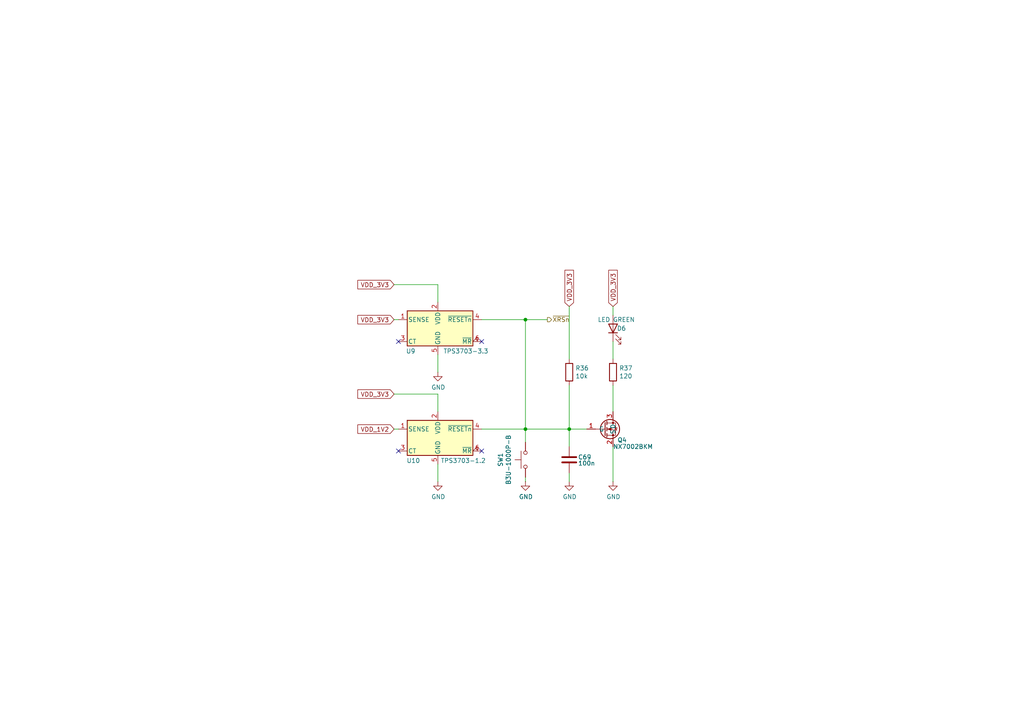
<source format=kicad_sch>
(kicad_sch (version 20231120) (generator "eeschema") (generator_version "8.0")
  (paper "A4")
  (title_block (title "Open MOtor DRiver Initiative  - Single Axis (OMODRI_SA)") (date "2024-11-08") (rev "1.0") (company "LAAS/CNRS"))
  (lib_symbols
    (symbol "Device:C" (pin_numbers hide) (pin_names (offset 0.254))
      (property "Reference" "C" (at 0.635 2.54 0))
      (property "Value" "C" (at 0.635 -2.54 0))
      (symbol "C_0_1"
        (polyline (pts (xy -2.032 -0.762) (xy 2.032 -0.762)) (stroke (width 0.508)))
        (polyline (pts (xy -2.032 0.762) (xy 2.032 0.762)) (stroke (width 0.508)))
      )
      (symbol "C_1_1"
        (pin passive line (at 0 3.81 270) (length 2.794) (name "~") (number "1"))
        (pin passive line (at 0 -3.81 90) (length 2.794) (name "~") (number "2"))
      )
    )
    (symbol "Device:LED" (pin_numbers hide) (pin_names (offset 1.016) hide)
      (property "Reference" "D" (at 0 2.54 0))
      (property "Value" "LED" (at 0 -2.54 0))
      (symbol "LED_0_1"
        (polyline (pts (xy -1.27 -1.27) (xy -1.27 1.27)) (stroke (width 0.254)))
        (polyline (pts (xy -1.27 0) (xy 1.27 0)))
        (polyline (pts (xy 1.27 -1.27) (xy 1.27 1.27) (xy -1.27 0) (xy 1.27 -1.27)) (stroke (width 0.254)))
        (polyline (pts (xy -3.048 -0.762) (xy -4.572 -2.286) (xy -3.81 -2.286) (xy -4.572 -2.286) (xy -4.572 -1.524)))
        (polyline (pts (xy -1.778 -0.762) (xy -3.302 -2.286) (xy -2.54 -2.286) (xy -3.302 -2.286) (xy -3.302 -1.524)))
      )
      (symbol "LED_1_1"
        (pin passive line (at -3.81 0 0) (length 2.54) (name "K") (number "1"))
        (pin passive line (at 3.81 0 180) (length 2.54) (name "A") (number "2"))
      )
    )
    (symbol "Device:R" (pin_numbers hide) (pin_names (offset 0))
      (property "Reference" "R" (at 2.032 0 90))
      (property "Value" "R" (at 0 0 90))
      (symbol "R_0_1"
        (rectangle (start -1.016 -2.54) (end 1.016 2.54) (stroke (width 0.254)))
      )
      (symbol "R_1_1"
        (pin passive line (at 0 3.81 270) (length 1.27) (name "~") (number "1"))
        (pin passive line (at 0 -3.81 90) (length 1.27) (name "~") (number "2"))
      )
    )
    (symbol "Switch:SW_Push" (pin_numbers hide) (pin_names (offset 1.016) hide)
      (property "Reference" "SW" (at 1.27 2.54 0))
      (property "Value" "SW_Push" (at 0 -1.524 0))
      (symbol "SW_Push_0_1"
        (circle (center -2.032 0) (radius 0.508))
        (polyline (pts (xy 0 1.27) (xy 0 3.048)))
        (polyline (pts (xy 2.54 1.27) (xy -2.54 1.27)))
        (circle (center 2.032 0) (radius 0.508))
        (pin passive line (at -5.08 0 0) (length 2.54) (name "1") (number "1"))
        (pin passive line (at 5.08 0 180) (length 2.54) (name "2") (number "2"))
      )
    )
    (symbol "omodri_lib:NX7002BKM" (pin_names (offset 1.016))
      (property "Reference" "Q" (at 3.81 2.54 0))
      (property "Value" "NX7002BKM" (at 8.89 0 0))
      (symbol "NX7002BKM_1_1"
        (circle (center -0.889 0) (radius 2.794) (stroke (width 0.254)))
        (circle (center 0 -1.778) (radius 0.254) (fill (type outline)))
        (polyline (pts (xy -2.286 0) (xy -5.08 0)))
        (polyline (pts (xy -2.286 1.905) (xy -2.286 -1.905)) (stroke (width 0.254)))
        (polyline (pts (xy -1.778 -1.27) (xy -1.778 -2.286)) (stroke (width 0.254)))
        (polyline (pts (xy -1.778 0.508) (xy -1.778 -0.508)) (stroke (width 0.254)))
        (polyline (pts (xy -1.778 2.286) (xy -1.778 1.27)) (stroke (width 0.254)))
        (polyline (pts (xy 0 2.54) (xy 0 1.778)))
        (polyline (pts (xy 0 -2.54) (xy 0 0) (xy -1.778 0)))
        (polyline (pts (xy -1.778 -1.778) (xy 0.762 -1.778) (xy 0.762 1.778) (xy -1.778 1.778)))
        (polyline (pts (xy -1.524 0) (xy -0.508 0.381) (xy -0.508 -0.381) (xy -1.524 0)) (fill (type outline)))
        (polyline (pts (xy 0.254 0.508) (xy 0.381 0.381) (xy 1.143 0.381) (xy 1.27 0.254)))
        (polyline (pts (xy 0.762 0.381) (xy 0.381 -0.254) (xy 1.143 -0.254) (xy 0.762 0.381)))
        (circle (center 0 1.778) (radius 0.254) (fill (type outline)))
        (pin input line (at -7.62 0 0) (length 2.54) (name "G") (number "1"))
        (pin passive line (at 0 -5.08 90) (length 2.54) (name "S") (number "2"))
        (pin passive line (at 0 5.08 270) (length 2.54) (name "D") (number "3"))
      )
    )
    (symbol "omodri_lib:TPS3703" (pin_names (offset 0.254))
      (property "Reference" "U" (at -7.62 -6.35 0))
      (property "Value" "TPS3703" (at -6.35 6.35 0))
      (symbol "TPS3703_1_1"
        (rectangle (start -8.89 5.08) (end 10.16 -5.08) (stroke (width 0.254)) (fill (type background)))
        (pin input line (at -11.43 2.54 0) (length 2.54) (name "SENSE") (number "1"))
        (pin power_in line (at 0 7.62 270) (length 2.54) (name "VDD") (number "2"))
        (pin input line (at -11.43 -3.81 0) (length 2.54) (name "CT") (number "3"))
        (pin open_collector line (at 12.7 2.54 180) (length 2.54) (name "~{RESETn}") (number "4"))
        (pin power_in line (at 0 -7.62 90) (length 2.54) (name "GND") (number "5"))
        (pin input input_low (at 12.7 -3.81 180) (length 2.54) (name "~{MR}") (number "6"))
      )
    )
    (symbol "power:GND" (power) (pin_numbers hide) (pin_names (offset 0) hide)
      (property "Value" "GND" (at 0 -3.81 0))
      (symbol "GND_0_1"
        (polyline (pts (xy 0 0) (xy 0 -1.27) (xy 1.27 -1.27) (xy 0 -2.54) (xy -1.27 -1.27) (xy 0 -1.27)))
      )
      (symbol "GND_1_1"
        (pin power_in line (at 0 0 270) (length 0) (name "~") (number "1"))
      )
    )
  )
  (junction (at 152.4 124.46))
  (junction (at 152.4 92.71))
  (junction (at 165.1 124.46))
  (no_connect (at 115.57 99.06))
  (no_connect (at 115.57 130.81))
  (no_connect (at 139.7 99.06))
  (no_connect (at 139.7 130.81))
  (wire (pts (xy 152.4 124.46) (xy 165.1 124.46)))
  (wire (pts (xy 114.3 82.55) (xy 127 82.55)))
  (wire (pts (xy 165.1 124.46) (xy 165.1 129.54)))
  (wire (pts (xy 152.4 124.46) (xy 152.4 128.27)))
  (wire (pts (xy 177.8 91.44) (xy 177.8 88.9)))
  (wire (pts (xy 152.4 92.71) (xy 152.4 124.46)))
  (wire (pts (xy 127 82.55) (xy 127 87.63)))
  (wire (pts (xy 165.1 111.76) (xy 165.1 124.46)))
  (wire (pts (xy 152.4 92.71) (xy 139.7 92.71)))
  (wire (pts (xy 165.1 124.46) (xy 170.18 124.46)))
  (wire (pts (xy 152.4 92.71) (xy 158.75 92.71)))
  (wire (pts (xy 115.57 124.46) (xy 114.3 124.46)))
  (wire (pts (xy 177.8 119.38) (xy 177.8 111.76)))
  (wire (pts (xy 152.4 138.43) (xy 152.4 139.7)))
  (wire (pts (xy 177.8 129.54) (xy 177.8 139.7)))
  (wire (pts (xy 165.1 137.16) (xy 165.1 139.7)))
  (wire (pts (xy 115.57 92.71) (xy 114.3 92.71)))
  (wire (pts (xy 127 114.3) (xy 127 119.38)))
  (wire (pts (xy 177.8 104.14) (xy 177.8 99.06)))
  (wire (pts (xy 165.1 104.14) (xy 165.1 88.9)))
  (wire (pts (xy 139.7 124.46) (xy 152.4 124.46)))
  (wire (pts (xy 127 139.7) (xy 127 134.62)))
  (wire (pts (xy 114.3 114.3) (xy 127 114.3)))
  (wire (pts (xy 127 102.87) (xy 127 107.95)))
  (global_label "VDD_3V3" (shape input) (at 165.1 88.9 90) (property "Intersheetrefs" "${INTERSHEET_REFS}" (effects (hide yes))) (property "Références Inter-Feuilles" "${INTERSHEET_REFS}" (effects (hide yes))))
  (global_label "VDD_3V3" (shape input) (at 114.3 114.3 180) (property "Intersheetrefs" "${INTERSHEET_REFS}" (effects (hide yes))) (property "Références Inter-Feuilles" "${INTERSHEET_REFS}" (effects (hide yes))))
  (global_label "VDD_3V3" (shape input) (at 177.8 88.9 90) (property "Intersheetrefs" "${INTERSHEET_REFS}" (effects (hide yes))) (property "Références Inter-Feuilles" "${INTERSHEET_REFS}" (effects (hide yes))))
  (global_label "VDD_3V3" (shape input) (at 114.3 82.55 180) (property "Intersheetrefs" "${INTERSHEET_REFS}" (effects (hide yes))) (property "Références Inter-Feuilles" "${INTERSHEET_REFS}" (effects (hide yes))))
  (global_label "VDD_3V3" (shape input) (at 114.3 92.71 180) (property "Intersheetrefs" "${INTERSHEET_REFS}" (effects (hide yes))) (property "Références Inter-Feuilles" "${INTERSHEET_REFS}" (effects (hide yes))))
  (global_label "VDD_1V2" (shape input) (at 114.3 124.46 180) (property "Intersheetrefs" "${INTERSHEET_REFS}" (effects (hide yes))) (property "Références Inter-Feuilles" "${INTERSHEET_REFS}" (effects (hide yes))))
  (hierarchical_label "~{XRSn}" (shape output) (at 158.75 92.71 0))
  (symbol (lib_id "Device:C") (at 165.1 133.35 0) (unit 1)
    (property "Reference" "C69" (at 167.64 132.588 0) (effects (justify left)))
    (property "Value" "100n" (at 167.64 134.366 0) (effects (justify left)))
    (property "Footprint" "Capacitor_SMD:C_0201_0603Metric" (effects (hide yes)))
    (property "Datasheet" "https://www.murata.com/en-eu/products/productdetail?partno=GRM033R61E104KE14%23" (effects (hide yes)))
    (property "Description" "0201, 100nf, 25V,  ±10%, X5R, SMD MLCC" (effects (hide yes)))
    (property "DigiKey" "490-12686-1-ND" (effects (hide yes)))
    (property "Farnell" "2990693" (effects (hide yes)))
    (property "Mouser" "81-GRM033R61E104KE4D" (effects (hide yes)))
    (property "Part No" "GRM033R61E104KE14D" (effects (hide yes)))
    (property "RS" "185-2066" (effects (hide yes)))
    (property "LCSC" "C76939" (effects (hide yes)))
    (property "Manufacturer" "MURATA" (effects (hide yes)))
    (property "Assembling" "SMD" (effects (hide yes)))
  )
  (symbol (lib_id "omodri_lib:TPS3703") (at 127 127 0) (unit 1)
    (property "Reference" "U10" (at 119.888 133.604 0))
    (property "Value" "TPS3703-1.2" (at 134.366 133.604 0))
    (property "Footprint" "Package_SON:WSON-6_1.5x1.5mm_P0.5mm" (effects (hide yes)))
    (property "Datasheet" "https://www.ti.com/lit/ds/symlink/tps3703.pdf" (effects (hide yes)))
    (property "Description" "WSON-6, 1.2-V Over and Undervoltage Reset IC With Time Delay and Manual Reset, 3.3V Supply" (effects (hide yes)))
    (property "DigiKey" "296-TPS3703A7120DSERQ1CT-ND" (effects (hide yes)))
    (property "Mouser" "595-S3703A7120DSERQ1" (effects (hide yes)))
    (property "Part No" "TPS3703A7120DSERQ1" (effects (hide yes)))
    (property "LCSC" "C1849508" (effects (hide yes)))
    (property "Manufacturer" "TEXAS INSTRUMENTS" (effects (hide yes)))
    (property "Assembling" "SMD" (effects (hide yes)))
  )
  (symbol (lib_id "power:GND") (at 127 107.95 0) (unit 1)
    (property "Reference" "#PWR0101" (effects (hide yes)))
    (property "Value" "GND" (at 127.127 112.3442 0))
    (property "Description" "Power symbol creates a global label with name \"GND\" , ground" (effects (hide yes)))
  )
  (symbol (lib_id "omodri_lib:NX7002BKM") (at 177.8 124.46 0) (unit 1)
    (property "Reference" "Q4" (at 179.07 127.635 0) (effects (justify left)))
    (property "Value" "NX7002BKM" (at 177.8 129.54 0) (effects (justify left)))
    (property "Footprint" "Package_DFN_QFN:Diodes_DFN1006-3" (effects (hide yes)))
    (property "Datasheet" "https://assets.nexperia.com/documents/data-sheet/NX7002BKM.pdf" (effects (hide yes)))
    (property "Description" "60 V, N-channel MOSFET in DFN1006-3 SMD package." (effects (hide yes)))
    (property "DigiKey" "1727-2232-1-ND" (effects (hide yes)))
    (property "Farnell" "2498574" (effects (hide yes)))
    (property "Mouser" "771-NX7002BKMYL" (effects (hide yes)))
    (property "Part No" "NX7002BKMYL" (effects (hide yes)))
    (property "LCSC" "C551611" (effects (hide yes)))
    (property "Manufacturer" "NEXPERIA" (effects (hide yes)))
    (property "Assembling" "SMD" (effects (hide yes)))
  )
  (symbol (lib_id "power:GND") (at 177.8 139.7 0) (unit 1)
    (property "Reference" "#PWR0105" (effects (hide yes)))
    (property "Value" "GND" (at 177.927 144.0942 0))
    (property "Description" "Power symbol creates a global label with name \"GND\" , ground" (effects (hide yes)))
  )
  (symbol (lib_id "Device:R") (at 177.8 107.95 0) (unit 1)
    (property "Reference" "R37" (at 179.578 106.7816 0) (effects (justify left)))
    (property "Value" "120" (at 179.578 109.093 0) (effects (justify left)))
    (property "Footprint" "Resistor_SMD:R_0201_0603Metric" (effects (hide yes)))
    (property "Datasheet" "https://industrial.panasonic.com/sa/products/pt/general-purpose-chip-resistors/models/ERJ1GNF1200C" (effects (hide yes)))
    (property "Description" "0201,120Ω, 0.05W, ±1%, SMD  resistor" (effects (hide yes)))
    (property "DigiKey" "P122692CT-ND" (effects (hide yes)))
    (property "Farnell" "2396857" (effects (hide yes)))
    (property "Mouser" "667-ERJ-1GNF1200C" (effects (hide yes)))
    (property "Part No" "ERJ1GNF1200C" (effects (hide yes)))
    (property "LCSC" "C278569" (effects (hide yes)))
    (property "Manufacturer" "PANASONIC" (effects (hide yes)))
    (property "Assembling" "SMD" (effects (hide yes)))
  )
  (symbol (lib_id "power:GND") (at 152.4 139.7 0) (unit 1)
    (property "Reference" "#PWR0103" (effects (hide yes)))
    (property "Value" "GND" (at 152.527 144.0942 0))
    (property "Description" "Power symbol creates a global label with name \"GND\" , ground" (effects (hide yes)))
  )
  (symbol (lib_id "power:GND") (at 127 139.7 0) (unit 1)
    (property "Reference" "#PWR0102" (effects (hide yes)))
    (property "Value" "GND" (at 127.127 144.0942 0))
    (property "Description" "Power symbol creates a global label with name \"GND\" , ground" (effects (hide yes)))
  )
  (symbol (lib_id "Device:R") (at 165.1 107.95 0) (unit 1)
    (property "Reference" "R36" (at 166.878 106.7816 0) (effects (justify left)))
    (property "Value" "10k" (at 166.878 109.093 0) (effects (justify left)))
    (property "Footprint" "Resistor_SMD:R_0201_0603Metric" (effects (hide yes)))
    (property "Datasheet" "https://industrial.panasonic.com/sa/products/pt/general-purpose-chip-resistors/models/ERJ1GNF1002C" (effects (hide yes)))
    (property "Description" "0201, 10kΩ, 0.05W, ±1%, SMD  resistor" (effects (hide yes)))
    (property "DigiKey" "P122414CT-ND" (effects (hide yes)))
    (property "Farnell" "2302362" (effects (hide yes)))
    (property "Mouser" "667-ERJ-1GNF1002C" (effects (hide yes)))
    (property "Part No" "ERJ1GNF1002C" (effects (hide yes)))
    (property "RS" "176-3597" (effects (hide yes)))
    (property "LCSC" "C717002" (effects (hide yes)))
    (property "Manufacturer" "PANASONIC" (effects (hide yes)))
    (property "Assembling" "SMD" (effects (hide yes)))
  )
  (symbol (lib_id "power:GND") (at 165.1 139.7 0) (unit 1)
    (property "Reference" "#PWR0104" (effects (hide yes)))
    (property "Value" "GND" (at 165.227 144.0942 0))
    (property "Description" "Power symbol creates a global label with name \"GND\" , ground" (effects (hide yes)))
  )
  (symbol (lib_id "Device:LED") (at 177.8 95.25 90) (unit 1)
    (property "Reference" "D6" (at 181.61 95.25 90) (effects (justify left)))
    (property "Value" "LED GREEN" (at 184.15 92.71 90) (effects (justify left)))
    (property "Footprint" "LED_SMD:LED_0402_1005Metric" (effects (hide yes)))
    (property "Datasheet" "https://www.broadcom.com/products/leds-and-displays/chip-leds/0402-1.0-x-0.5mm-top-mount/hsmg-c280" (effects (hide yes)))
    (property "Description" "0402, Top Mount miniature ChipLED, GREEN, Vf = 2.2-V @ 10-mA" (effects (hide yes)))
    (property "DigiKey" "516-3066-1-ND" (effects (hide yes)))
    (property "Mouser" "630-HSMG-C280" (effects (hide yes)))
    (property "Farnell" "2494322" (effects (hide yes)))
    (property "Part No" "HSMG-C280" (effects (hide yes)))
    (property "RS" "867-6560" (effects (hide yes)))
    (property "LCSC" " C7466700" (effects (hide yes)))
    (property "Manufacturer" "BROADCOM" (effects (hide yes)))
    (property "Assembling" "SMD" (effects (hide yes)))
  )
  (symbol (lib_id "omodri_lib:TPS3703") (at 127 95.25 0) (unit 1)
    (property "Reference" "U9" (at 119.126 101.854 0))
    (property "Value" "TPS3703-3.3" (at 135.128 101.854 0))
    (property "Footprint" "Package_SON:WSON-6_1.5x1.5mm_P0.5mm" (effects (hide yes)))
    (property "Datasheet" "https://www.ti.com/lit/ds/symlink/tps3703.pdf" (effects (hide yes)))
    (property "Description" "WSON-6, 3.3-V Over and Undervoltage Reset IC With Time Delay and Manual Reset,  3.3-V Supply" (effects (hide yes)))
    (property "DigiKey" "296-TPS3703A7330DSERQ1CT-ND" (effects (hide yes)))
    (property "Mouser" "595-S3703A7330DSERQ1" (effects (hide yes)))
    (property "Part No" "TPS3703A7330DSERQ1" (effects (hide yes)))
    (property "LCSC" "C1849519" (effects (hide yes)))
    (property "Manufacturer" "TEXAS INSTRUMENTS" (effects (hide yes)))
    (property "Assembling" "SMD" (effects (hide yes)))
  )
  (symbol (lib_id "Switch:SW_Push") (at 152.4 133.35 90) (unit 1)
    (property "Reference" "SW1" (at 145.161 133.35 0))
    (property "Value" "B3U-1000P-B" (at 147.4724 133.35 0))
    (property "Footprint" "Button_Switch_SMD:SW_SPST_B3U-1000P-B" (effects (hide yes)))
    (property "Datasheet" "https://omronfs.omron.com/en_US/ecb/products/pdf/en-b3u.pdf" (effects (hide yes)))
    (property "Description" "Push button switch, generic, two pins" (effects (hide yes)))
    (property "DigiKey" "SW1143CT-ND" (effects (hide yes)))
    (property "Farnell" "1333654" (effects (hide yes)))
    (property "Mouser" "653-B3U-1000P-B" (effects (hide yes)))
    (property "Part No" "B3U-1000P-B" (effects (hide yes)))
    (property "LCSC" " C231330" (effects (hide yes)))
    (property "Manufacturer" "OMRON" (effects (hide yes)))
    (property "Assembling" "SMD" (effects (hide yes)))
  )
)
</source>
